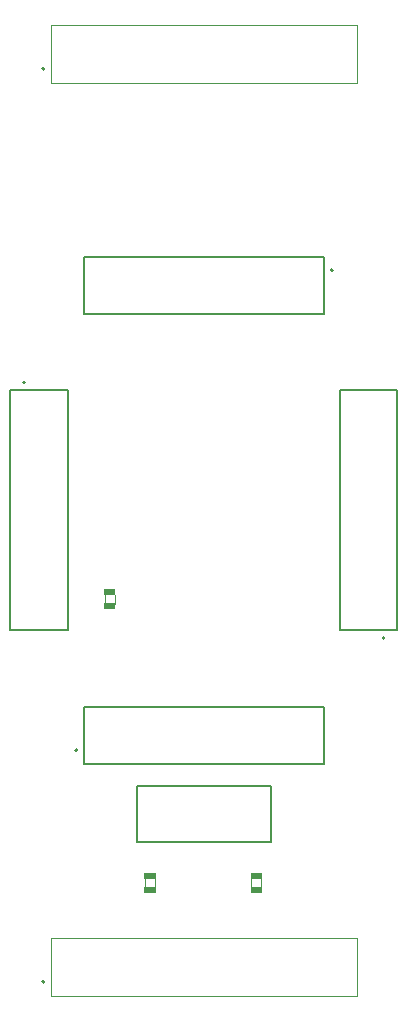
<source format=gbr>
%TF.GenerationSoftware,Altium Limited,Altium Designer,23.4.1 (23)*%
G04 Layer_Color=16711935*
%FSLAX45Y45*%
%MOMM*%
%TF.SameCoordinates,6CFBE55C-8612-4E24-A10C-01F6C23EBCE3*%
%TF.FilePolarity,Positive*%
%TF.FileFunction,Other,Mechanical_13*%
%TF.Part,Single*%
G01*
G75*
%TA.AperFunction,NonConductor*%
%ADD22C,0.20000*%
%ADD24C,0.12700*%
%ADD36C,0.10160*%
%ADD37C,0.10000*%
G36*
X898910Y3780310D02*
X803887D01*
Y3830361D01*
X898910D01*
Y3780310D01*
D02*
G37*
G36*
Y3663470D02*
X803813D01*
Y3713412D01*
X898910D01*
Y3663470D01*
D02*
G37*
G36*
X2142587Y1379288D02*
X2047490D01*
Y1429230D01*
X2142587D01*
Y1379288D01*
D02*
G37*
G36*
X1240887Y1375388D02*
X1145790D01*
Y1425330D01*
X1240887D01*
Y1375388D01*
D02*
G37*
G36*
X2142513Y1262339D02*
X2047490D01*
Y1312390D01*
X2142513D01*
Y1262339D01*
D02*
G37*
G36*
X1240813Y1258439D02*
X1145790D01*
Y1308490D01*
X1240813D01*
Y1258439D01*
D02*
G37*
D22*
X579000Y2468000D02*
G03*
X579000Y2468000I-10000J0D01*
G01*
X3183000Y3419000D02*
G03*
X3183000Y3419000I-10000J0D01*
G01*
X2741000Y6532000D02*
G03*
X2741000Y6532000I-10000J0D01*
G01*
X300500Y508000D02*
G03*
X300500Y508000I-10000J0D01*
G01*
X137000Y5581000D02*
G03*
X137000Y5581000I-10000J0D01*
G01*
X300500Y8238000D02*
G03*
X300500Y8238000I-10000J0D01*
G01*
D24*
X2666000Y2353500D02*
Y2836500D01*
X634000D02*
X2666000D01*
X634000Y2353500D02*
Y2836500D01*
Y2353500D02*
X2666000D01*
Y2836500D01*
X634000D02*
X2666000D01*
X634000Y2353500D02*
Y2836500D01*
X2804500Y5516000D02*
X3287500D01*
X2804500Y3484000D02*
Y5516000D01*
Y3484000D02*
X3287500D01*
Y5516000D01*
X2804500D02*
X3287500D01*
X2804500Y3484000D02*
Y5516000D01*
Y3484000D02*
X3287500D01*
X634000Y6163500D02*
Y6646500D01*
Y6163500D02*
X2666000D01*
Y6646500D01*
X634000D02*
X2666000D01*
X634000Y6163500D02*
Y6646500D01*
Y6163500D02*
X2666000D01*
Y6646500D01*
X12500Y5516000D02*
X495500D01*
Y3484000D02*
Y5516000D01*
X12500Y3484000D02*
X495500D01*
X12500D02*
Y5516000D01*
X495500D01*
Y3484000D02*
Y5516000D01*
X12500Y3484000D02*
X495500D01*
X1080000Y2165400D02*
X2220000D01*
X1080000Y1695400D02*
X2220000D01*
X1080000D02*
Y2165400D01*
X2220000Y1695400D02*
Y2165400D01*
D36*
X894100Y3710900D02*
Y3782100D01*
X809000Y3710900D02*
Y3782100D01*
X2137400Y1310600D02*
Y1381800D01*
X2052300Y1310600D02*
Y1381800D01*
X1235700Y1306700D02*
Y1377900D01*
X1150600Y1306700D02*
Y1377900D01*
D37*
X2946500Y387350D02*
Y882650D01*
X355500D02*
X2946500D01*
X355500Y387350D02*
Y882650D01*
Y387350D02*
X2946500D01*
Y882650D01*
X355500D02*
X2946500D01*
X355500Y387350D02*
Y882650D01*
X2946500Y8117350D02*
Y8612650D01*
X355500D02*
X2946500D01*
X355500Y8117350D02*
Y8612650D01*
Y8117350D02*
X2946500D01*
Y8612650D01*
X355500D02*
X2946500D01*
X355500Y8117350D02*
Y8612650D01*
%TF.MD5,99b44c2ffd4a6b0b6246a83fe400e655*%
M02*

</source>
